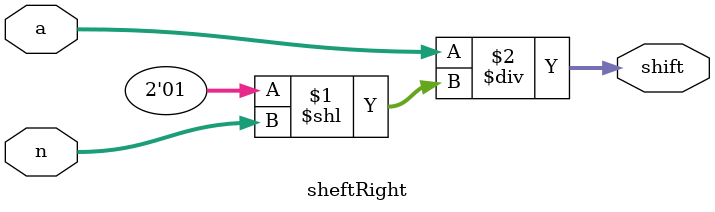
<source format=sv>
module sheftRight#(parameter N = 8)
							
						(input logic [N-1:0]a,
						input logic  [N-1:0]n,
						output logic [N-1:0]shift);
								
		 assign shift = a/((2'b10)**n);
								



endmodule

</source>
